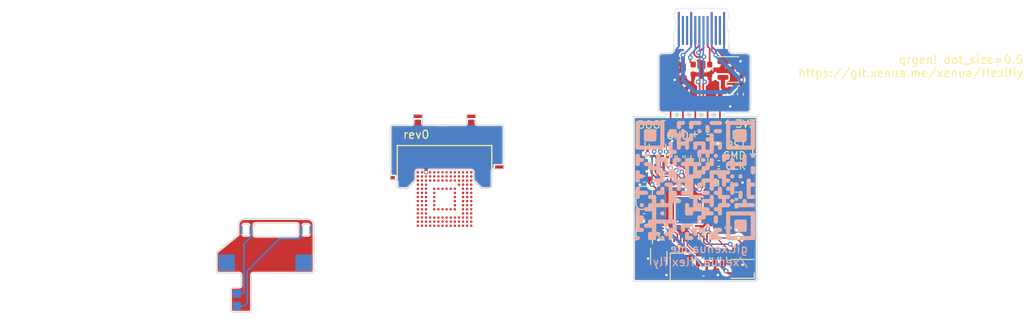
<source format=kicad_pcb>
(kicad_pcb (version 20221018) (generator pcbnew)

  (general
    (thickness 0.115)
  )

  (paper "A4")
  (layers
    (0 "F.Cu" signal)
    (31 "B.Cu" signal)
    (32 "B.Adhes" user "B.Adhesive")
    (33 "F.Adhes" user "F.Adhesive")
    (34 "B.Paste" user)
    (35 "F.Paste" user)
    (36 "B.SilkS" user "B.Silkscreen")
    (37 "F.SilkS" user "F.Silkscreen")
    (38 "B.Mask" user)
    (39 "F.Mask" user)
    (40 "Dwgs.User" user "User.Drawings")
    (41 "Cmts.User" user "User.Comments")
    (42 "Eco1.User" user "User.Eco1")
    (43 "Eco2.User" user "User.Eco2")
    (44 "Edge.Cuts" user)
    (45 "Margin" user)
    (46 "B.CrtYd" user "B.Courtyard")
    (47 "F.CrtYd" user "F.Courtyard")
    (48 "B.Fab" user)
    (49 "F.Fab" user)
    (50 "User.1" user)
    (51 "User.2" user)
    (52 "User.3" user)
    (53 "User.4" user)
    (54 "User.5" user)
    (55 "User.6" user)
    (56 "User.7" user)
    (57 "User.8" user)
    (58 "User.9" user)
  )

  (setup
    (stackup
      (layer "F.SilkS" (type "Top Silk Screen"))
      (layer "F.Paste" (type "Top Solder Paste"))
      (layer "F.Mask" (type "Top Solder Mask") (thickness 0.01))
      (layer "F.Cu" (type "copper") (thickness 0.035))
      (layer "dielectric 1" (type "core") (color "Polyimide") (thickness 0.025) (material "Polyimide") (epsilon_r 3.2) (loss_tangent 0.004))
      (layer "B.Cu" (type "copper") (thickness 0.035))
      (layer "B.Mask" (type "Bottom Solder Mask") (thickness 0.01))
      (layer "B.Paste" (type "Bottom Solder Paste"))
      (layer "B.SilkS" (type "Bottom Silk Screen"))
      (copper_finish "None")
      (dielectric_constraints no)
    )
    (pad_to_mask_clearance 0)
    (pcbplotparams
      (layerselection 0x00010fc_ffffffff)
      (plot_on_all_layers_selection 0x0000000_00000000)
      (disableapertmacros false)
      (usegerberextensions false)
      (usegerberattributes true)
      (usegerberadvancedattributes true)
      (creategerberjobfile true)
      (dashed_line_dash_ratio 12.000000)
      (dashed_line_gap_ratio 3.000000)
      (svgprecision 4)
      (plotframeref false)
      (viasonmask false)
      (mode 1)
      (useauxorigin false)
      (hpglpennumber 1)
      (hpglpenspeed 20)
      (hpglpendiameter 15.000000)
      (dxfpolygonmode true)
      (dxfimperialunits true)
      (dxfusepcbnewfont true)
      (psnegative false)
      (psa4output false)
      (plotreference true)
      (plotvalue true)
      (plotinvisibletext false)
      (sketchpadsonfab false)
      (subtractmaskfromsilk false)
      (outputformat 1)
      (mirror false)
      (drillshape 1)
      (scaleselection 1)
      (outputdirectory "")
    )
  )

  (net 0 "")
  (net 1 "+3V3")
  (net 2 "GND")
  (net 3 "/XIN")
  (net 4 "Net-(C3-Pad2)")
  (net 5 "+1V1")
  (net 6 "Net-(J1-CC1)")
  (net 7 "/STATUS_LED")
  (net 8 "unconnected-(H5-Pad1)")
  (net 9 "/QSPI_~{CS}")
  (net 10 "/~{USB_BOOT}")
  (net 11 "/XOUT")
  (net 12 "/USB_DP")
  (net 13 "/DP")
  (net 14 "/NX_CLK")
  (net 15 "Net-(U1-GPIO27_ADC1)")
  (net 16 "/NX_CMD")
  (net 17 "Net-(U1-GPIO28_ADC2)")
  (net 18 "/NX_D0")
  (net 19 "Net-(U1-GPIO29_ADC3)")
  (net 20 "unconnected-(J1-SBU1-PadA8)")
  (net 21 "/TRAINING_RESET_A")
  (net 22 "/TRAINING_RESET_B")
  (net 23 "unconnected-(U1-GPIO2-Pad4)")
  (net 24 "unconnected-(U1-GPIO3-Pad5)")
  (net 25 "unconnected-(U1-GPIO4-Pad6)")
  (net 26 "unconnected-(U1-GPIO5-Pad7)")
  (net 27 "unconnected-(U1-GPIO6-Pad8)")
  (net 28 "unconnected-(U1-GPIO7-Pad9)")
  (net 29 "unconnected-(U1-GPIO8-Pad11)")
  (net 30 "unconnected-(U1-GPIO9-Pad12)")
  (net 31 "unconnected-(U1-GPIO10-Pad13)")
  (net 32 "unconnected-(U1-GPIO11-Pad14)")
  (net 33 "unconnected-(U1-GPIO12-Pad15)")
  (net 34 "unconnected-(U1-GPIO13-Pad16)")
  (net 35 "unconnected-(U1-GPIO14-Pad17)")
  (net 36 "/NX_CPU")
  (net 37 "/SWCLK")
  (net 38 "/SWD")
  (net 39 "/RUN")
  (net 40 "unconnected-(U1-GPIO17-Pad28)")
  (net 41 "unconnected-(U1-GPIO18-Pad29)")
  (net 42 "unconnected-(U1-GPIO19-Pad30)")
  (net 43 "unconnected-(U1-GPIO20-Pad31)")
  (net 44 "unconnected-(U1-GPIO21-Pad32)")
  (net 45 "unconnected-(U1-GPIO22-Pad34)")
  (net 46 "unconnected-(U1-GPIO23-Pad35)")
  (net 47 "unconnected-(U1-GPIO24-Pad36)")
  (net 48 "unconnected-(U1-GPIO25-Pad37)")
  (net 49 "/NX_RST")
  (net 50 "/QSPI_SD3")
  (net 51 "/QSPI_CLK")
  (net 52 "/QSPI_SD0")
  (net 53 "/QSPI_SD2")
  (net 54 "/QSPI_SD1")
  (net 55 "Net-(J1-CC2)")
  (net 56 "unconnected-(J1-SBU2-PadB8)")
  (net 57 "Net-(C16-Pad1)")
  (net 58 "Net-(C15-Pad1)")
  (net 59 "/DAT0")
  (net 60 "VBUS")
  (net 61 "/USB_DN")
  (net 62 "/DN")
  (net 63 "unconnected-(C15-Pad2)")
  (net 64 "unconnected-(C16-Pad2)")
  (net 65 "unconnected-(D1-DOUT-Pad1)")
  (net 66 "Net-(Q1-Pad1)")
  (net 67 "Net-(Q2-Pad1)")
  (net 68 "unconnected-(H6-Pad1)")

  (footprint "Resistor_SMD:R_0402_1005Metric_Pad0.72x0.64mm_HandSolder" (layer "F.Cu") (at 169.388 66.726 90))

  (footprint "flexifly:TP_pad_1mm_dense" (layer "F.Cu") (at 175.5 65.75))

  (footprint "flexifly:TP_pad_1mm_dense" (layer "F.Cu") (at 170.5 48))

  (footprint "Capacitor_SMD:C_0402_1005Metric_Pad0.74x0.62mm_HandSolder" (layer "F.Cu") (at 162.784 57.074))

  (footprint "Resistor_SMD:R_0402_1005Metric_Pad0.72x0.64mm_HandSolder" (layer "F.Cu") (at 162.5 52.75 -90))

  (footprint "Resistor_SMD:R_0402_1005Metric_Pad0.72x0.64mm_HandSolder" (layer "F.Cu") (at 170.75 43.75 90))

  (footprint "flexifly:TP_pad_1mm_dense" (layer "F.Cu") (at 138.25 51.5))

  (footprint "flexifly:TP_pad_1mm_dense" (layer "F.Cu") (at 164 68.5 90))

  (footprint "Capacitor_SMD:C_0402_1005Metric_Pad0.74x0.62mm_HandSolder" (layer "F.Cu") (at 173.45 58.1 180))

  (footprint "Capacitor_SMD:C_0402_1005Metric_Pad0.74x0.62mm_HandSolder" (layer "F.Cu") (at 170.404 66.726 90))

  (footprint "Capacitor_SMD:C_0402_1005Metric_Pad0.74x0.62mm_HandSolder" (layer "F.Cu") (at 173.25 46.75 -90))

  (footprint "Capacitor_SMD:C_0402_1005Metric_Pad0.74x0.62mm_HandSolder" (layer "F.Cu") (at 173.45 57.15 180))

  (footprint "flexifly:TP_pad_1mm_dense" (layer "F.Cu") (at 175.75 56.25))

  (footprint "flexifly:FBGA_153_P0.50mm" (layer "F.Cu") (at 138.5 59.505))

  (footprint "flexifly:TP_pad_1mm_dense" (layer "F.Cu") (at 175.75 60.75))

  (footprint "flexifly:TP_pad_1mm_dense" (layer "F.Cu") (at 167.5 50.5))

  (footprint "Capacitor_SMD:C_0402_1005Metric_Pad0.74x0.62mm_HandSolder" (layer "F.Cu") (at 171.85 56.2))

  (footprint "flexifly:TP_pad_1mm_dense" (layer "F.Cu") (at 173.976 65.75))

  (footprint "flexifly:TP_pad_1mm_dense" (layer "F.Cu") (at 170.5 50.5))

  (footprint "Capacitor_SMD:C_0402_1005Metric_Pad0.74x0.62mm_HandSolder" (layer "F.Cu") (at 171.85 55.184 180))

  (footprint "Package_DFN_QFN:QFN-56-1EP_7x7mm_P0.4mm_EP3.2x3.2mm_ThermalVias" (layer "F.Cu") (at 168.225 60.875))

  (footprint "flexifly:W25QxxxxUXxx" (layer "F.Cu") (at 164.4 54.28 -90))

  (footprint "Capacitor_SMD:C_0402_1005Metric_Pad0.74x0.62mm_HandSolder" (layer "F.Cu") (at 162.784 61.646))

  (footprint "Resistor_SMD:R_0402_1005Metric_Pad0.72x0.64mm_HandSolder" (layer "F.Cu") (at 170.15 54.75 90))

  (footprint "Resistor_SMD:R_0402_1005Metric_Pad0.72x0.64mm_HandSolder" (layer "F.Cu") (at 172.436 66.726 90))

  (footprint "Capacitor_SMD:C_0402_1005Metric_Pad0.74x0.62mm_HandSolder" (layer "F.Cu") (at 166.95 65.55))

  (footprint "flexifly:Conn_BGA_shim_dat0" (layer "F.Cu") (at 138.5 55.95))

  (footprint "Resistor_SMD:R_0402_1005Metric_Pad0.72x0.64mm_HandSolder" (layer "F.Cu") (at 168.75 43.75 -90))

  (footprint "flexifly:MicroFET_2x2" (layer "F.Cu") (at 164.562 66.472 180))

  (footprint "Package_TO_SOT_SMD:SOT-23-3" (layer "F.Cu") (at 173.5 43.75))

  (footprint "flexifly:TP_pad_1mm_dense" (layer "F.Cu") (at 175.75 57.75))

  (footprint "Crystal:Crystal_SMD_2520-4Pin_2.5x2.0mm" (layer "F.Cu") (at 167.35 67.75 -90))

  (footprint "flexifly:SW_SPST_LS38G2-T" (layer "F.Cu") (at 166.5 45 -90))

  (footprint "Capacitor_SMD:C_0402_1005Metric_Pad0.74x0.62mm_HandSolder" (layer "F.Cu") (at 171.42 66.726 90))

  (footprint "flexifly:TP_pad_1mm_dense" (layer "F.Cu") (at 169 48))

  (footprint "Jumper:SolderJumper-2_P1.3mm_Open_RoundedPad1.0x1.5mm" (layer "F.Cu") (at 162.784 59.36 90))

  (footprint "Capacitor_SMD:C_0402_1005Metric_Pad0.74x0.62mm_HandSolder" (layer "F.Cu") (at 168.118 54.35 -90))

  (footprint "Capacitor_SMD:C_0402_1005Metric_Pad0.74x0.62mm_HandSolder" (layer "F.Cu") (at 167.15 54.35 -90))

  (footprint "Resistor_SMD:R_0402_1005Metric_Pad0.72x0.64mm_HandSolder" (layer "F.Cu") (at 162.5 55.25 -90))

  (footprint "Capacitor_SMD:C_0402_1005Metric_Pad0.74x0.62mm_HandSolder" (layer "F.Cu") (at 170 68.5 180))

  (footprint "LED_SMD:LED_WS2812B-2020_PLCC4_2.0x2.0mm" (layer "F.Cu") (at 174.75 68 180))

  (footprint "flexifly:TP_pad_1mm_dense" (layer "F.Cu") (at 166 48))

  (footprint "Resistor_SMD:R_0402_1005Metric_Pad0.72x0.64mm_HandSolder" (layer "F.Cu") (at 174 60.95 180))

  (footprint "flexifly:MicroFET_2x2" (layer "F.Cu") (at 162.784 63.932))

  (footprint "Resistor_SMD:R_0402_1005Metric_Pad0.72x0.64mm_HandSolder" (layer "F.Cu") (at 174 59.05 180))

  (footprint "flexifly:TP_pad_1mm_dense" (layer "F.Cu") (at 169 50.5))

  (footprint "Capacitor_SMD:C_0402_1005Metric_Pad0.74x0.62mm_HandSolder" (layer "F.Cu") (at 166.2 54.35 -90))

  (footprint "flexifly:TP_pad_1mm_dense" (layer "F.Cu") (at 166 50.5))

  (footprint "flexifly:TP_pad_1mm_dense" (layer "F.Cu") (at 175.75 59.25))

  (footprint "Capacitor_SMD:C_0402_1005Metric_Pad0.74x0.62mm_HandSolder" (layer "F.Cu") (at 174.5 46.75 90))

  (footprint "flexifly:TP_pad_1mm_dense" (layer "F.Cu") (at 175.75 63.75))

  (footprint "Resistor_SMD:R_0402_1005Metric_Pad0.72x0.64mm_HandSolder" (layer "F.Cu") (at 169.134 54.75 -90))

  (footprint "xenua:USB_C_PCB" (layer "F.Cu") (at 169.75 36.3))

  (footprint "flexifly:TP_pad_1mm_dense" (layer "F.Cu") (at 162.5 68.5 90))

  (footprint "Capacitor_SMD:C_0402_1005Metric_Pad0.74x0.62mm_HandSolder" (layer "F.Cu")
    (tstamp db740879-515e-42ba-9f86-cb61ea4585ce)
    (at 173 63 90)
    (descr "Capacitor SMD 0402 (1005 Metric), square (rectangular) end terminal, IPC_7351 nominal with elongated pad for handsoldering. (Body size source: IPC-SM-782 page 76, https://www.pcb-3d.com/wordpress/wp-content/uploads/ipc-sm-782a_amendment_1_and_2.pdf), generated with kicad-footprint-generator")
    (tags "capacitor handsolder")
    (property "LCSC" "C1525")
    (property "Sheetfile" "flexifly.kicad_sch")
    (property "Sheetname" "")
    (property "ki_description" "Unpolarized capacitor")
    (property "ki_keywords" "cap capacitor")
    (path "/b3b095a2-1902-4514-abf9-2e1ef3cd690d")
    (attr smd)
    (fp_text reference "C14" (at 0 -1.16 90) (layer "F.SilkS") hide
        (effects (font (size 1 1) (thickness 0.15)))
      (tstamp d482eb13-09bf-4d18-b806-862523de1667)
    )
    (fp_text value "100nF" (at 0 1.16 90) (layer "F.Fab")
        (effects (font (size 1 1) (thickness 0.15)))
      (tstamp cd036504-d9cd-45e8-a530-
... [322468 chars truncated]
</source>
